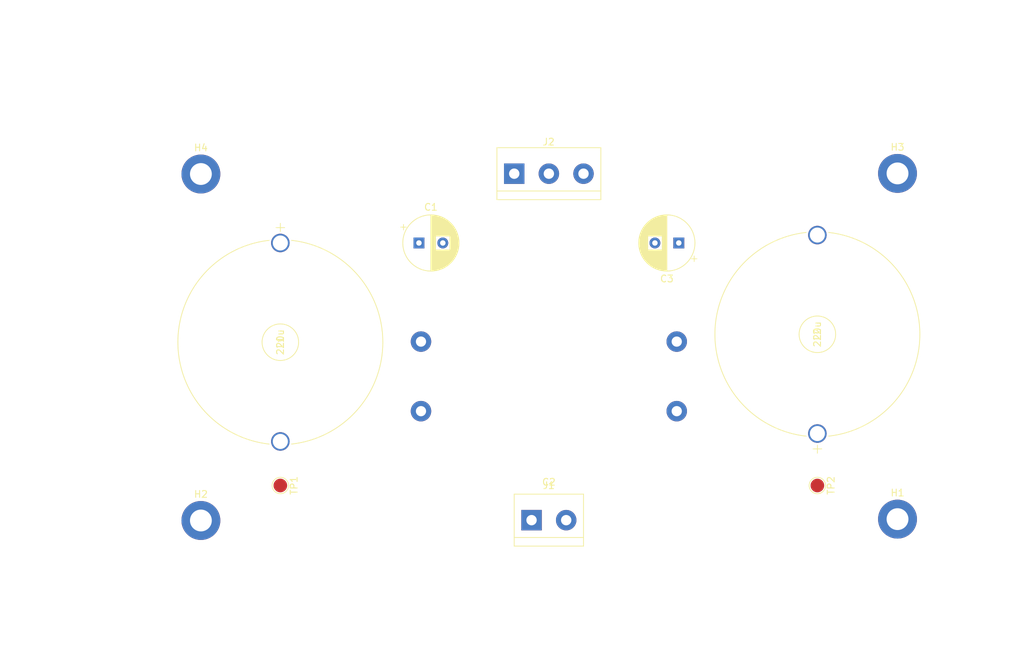
<source format=kicad_pcb>
(kicad_pcb (version 20171130) (host pcbnew "(5.1.10)-1")

  (general
    (thickness 1.6)
    (drawings 15)
    (tracks 0)
    (zones 0)
    (modules 13)
    (nets 6)
  )

  (page A4)
  (layers
    (0 F.Cu signal)
    (31 B.Cu signal)
    (32 B.Adhes user)
    (33 F.Adhes user)
    (34 B.Paste user)
    (35 F.Paste user)
    (36 B.SilkS user)
    (37 F.SilkS user)
    (38 B.Mask user)
    (39 F.Mask user)
    (40 Dwgs.User user)
    (41 Cmts.User user)
    (42 Eco1.User user)
    (43 Eco2.User user)
    (44 Edge.Cuts user)
    (45 Margin user)
    (46 B.CrtYd user)
    (47 F.CrtYd user)
    (48 B.Fab user)
    (49 F.Fab user)
  )

  (setup
    (last_trace_width 0.25)
    (trace_clearance 0.2)
    (zone_clearance 0.508)
    (zone_45_only no)
    (trace_min 0.2)
    (via_size 0.8)
    (via_drill 0.4)
    (via_min_size 0.4)
    (via_min_drill 0.3)
    (uvia_size 0.3)
    (uvia_drill 0.1)
    (uvias_allowed no)
    (uvia_min_size 0.2)
    (uvia_min_drill 0.1)
    (edge_width 0.05)
    (segment_width 0.2)
    (pcb_text_width 0.3)
    (pcb_text_size 1.5 1.5)
    (mod_edge_width 0.12)
    (mod_text_size 1 1)
    (mod_text_width 0.15)
    (pad_size 1.524 1.524)
    (pad_drill 0.762)
    (pad_to_mask_clearance 0)
    (aux_axis_origin 0 0)
    (visible_elements FFFFFF7F)
    (pcbplotparams
      (layerselection 0x010fc_ffffffff)
      (usegerberextensions false)
      (usegerberattributes true)
      (usegerberadvancedattributes true)
      (creategerberjobfile true)
      (excludeedgelayer true)
      (linewidth 0.100000)
      (plotframeref false)
      (viasonmask false)
      (mode 1)
      (useauxorigin false)
      (hpglpennumber 1)
      (hpglpenspeed 20)
      (hpglpendiameter 15.000000)
      (psnegative false)
      (psa4output false)
      (plotreference true)
      (plotvalue true)
      (plotinvisibletext false)
      (padsonsilk false)
      (subtractmaskfromsilk false)
      (outputformat 1)
      (mirror false)
      (drillshape 1)
      (scaleselection 1)
      (outputdirectory ""))
  )

  (net 0 "")
  (net 1 GNDPWR)
  (net 2 /OutputFilter/SPEAKER+)
  (net 3 /OutputFilter/SPEAKER-)
  (net 4 /OutputFilter/SIG+)
  (net 5 /OutputFilter/SIG-)

  (net_class Default "This is the default net class."
    (clearance 0.2)
    (trace_width 0.25)
    (via_dia 0.8)
    (via_drill 0.4)
    (uvia_dia 0.3)
    (uvia_drill 0.1)
    (add_net /OutputFilter/SIG+)
    (add_net /OutputFilter/SIG-)
    (add_net /OutputFilter/SPEAKER+)
    (add_net /OutputFilter/SPEAKER-)
    (add_net GNDPWR)
  )

  (module MountingHole:MountingHole_3.2mm_M3_ISO7380_Pad (layer F.Cu) (tedit 56D1B4CB) (tstamp 61139935)
    (at 101.38 72.44)
    (descr "Mounting Hole 3.2mm, M3, ISO7380")
    (tags "mounting hole 3.2mm m3 iso7380")
    (path /611362A5)
    (attr virtual)
    (fp_text reference H4 (at 0 -3.85) (layer F.SilkS)
      (effects (font (size 1 1) (thickness 0.15)))
    )
    (fp_text value MountingHole (at 0 3.85) (layer F.Fab)
      (effects (font (size 1 1) (thickness 0.15)))
    )
    (fp_text user %R (at 0.3 0) (layer F.Fab)
      (effects (font (size 1 1) (thickness 0.15)))
    )
    (fp_circle (center 0 0) (end 2.85 0) (layer Cmts.User) (width 0.15))
    (fp_circle (center 0 0) (end 3.1 0) (layer F.CrtYd) (width 0.05))
    (pad 1 thru_hole circle (at 0 0) (size 5.7 5.7) (drill 3.2) (layers *.Cu *.Mask))
  )

  (module OutputFilmCapacitor:C4AQQBW5140A3JJ (layer F.Cu) (tedit 610F5163) (tstamp 61134B45)
    (at 152.4 118.11 180)
    (path /6113EA97/61156022)
    (fp_text reference C2 (at 0 0.5) (layer F.SilkS)
      (effects (font (size 1 1) (thickness 0.15)))
    )
    (fp_text value 14u (at 0 -0.5) (layer F.Fab)
      (effects (font (size 1 1) (thickness 0.15)))
    )
    (fp_line (start -21 2) (end 21 2) (layer F.CrtYd) (width 0.12))
    (fp_line (start 21 2) (end 21 30) (layer F.CrtYd) (width 0.12))
    (fp_line (start 21 30) (end -21 30) (layer F.CrtYd) (width 0.12))
    (fp_line (start -21 30) (end -21 2) (layer F.CrtYd) (width 0.12))
    (pad 2 thru_hole circle (at 18.75 10.9 180) (size 3 3) (drill 1.5) (layers *.Cu *.Mask)
      (net 2 /OutputFilter/SPEAKER+))
    (pad 1 thru_hole circle (at -18.75 10.9 180) (size 3 3) (drill 1.5) (layers *.Cu *.Mask)
      (net 3 /OutputFilter/SPEAKER-))
    (pad 2 thru_hole circle (at 18.75 21.1 180) (size 3 3) (drill 1.5) (layers *.Cu *.Mask)
      (net 2 /OutputFilter/SPEAKER+))
    (pad 1 thru_hole circle (at -18.75 21.1 180) (size 3 3) (drill 1.5) (layers *.Cu *.Mask)
      (net 3 /OutputFilter/SPEAKER-))
  )

  (module TerminalBlock:TerminalBlock_bornier-3_P5.08mm (layer F.Cu) (tedit 59FF03B9) (tstamp 61136428)
    (at 147.32 72.39)
    (descr "simple 3-pin terminal block, pitch 5.08mm, revamped version of bornier3")
    (tags "terminal block bornier3")
    (path /61136770)
    (fp_text reference J2 (at 5.05 -4.65) (layer F.SilkS)
      (effects (font (size 1 1) (thickness 0.15)))
    )
    (fp_text value Conn_01x03 (at 5.08 5.08) (layer F.Fab)
      (effects (font (size 1 1) (thickness 0.15)))
    )
    (fp_text user %R (at 5.08 0) (layer F.Fab)
      (effects (font (size 1 1) (thickness 0.15)))
    )
    (fp_line (start -2.47 2.55) (end 12.63 2.55) (layer F.Fab) (width 0.1))
    (fp_line (start -2.47 -3.75) (end 12.63 -3.75) (layer F.Fab) (width 0.1))
    (fp_line (start 12.63 -3.75) (end 12.63 3.75) (layer F.Fab) (width 0.1))
    (fp_line (start 12.63 3.75) (end -2.47 3.75) (layer F.Fab) (width 0.1))
    (fp_line (start -2.47 3.75) (end -2.47 -3.75) (layer F.Fab) (width 0.1))
    (fp_line (start -2.54 3.81) (end -2.54 -3.81) (layer F.SilkS) (width 0.12))
    (fp_line (start 12.7 3.81) (end 12.7 -3.81) (layer F.SilkS) (width 0.12))
    (fp_line (start -2.54 2.54) (end 12.7 2.54) (layer F.SilkS) (width 0.12))
    (fp_line (start -2.54 -3.81) (end 12.7 -3.81) (layer F.SilkS) (width 0.12))
    (fp_line (start -2.54 3.81) (end 12.7 3.81) (layer F.SilkS) (width 0.12))
    (fp_line (start -2.72 -4) (end 12.88 -4) (layer F.CrtYd) (width 0.05))
    (fp_line (start -2.72 -4) (end -2.72 4) (layer F.CrtYd) (width 0.05))
    (fp_line (start 12.88 4) (end 12.88 -4) (layer F.CrtYd) (width 0.05))
    (fp_line (start 12.88 4) (end -2.72 4) (layer F.CrtYd) (width 0.05))
    (pad 3 thru_hole circle (at 10.16 0) (size 3 3) (drill 1.52) (layers *.Cu *.Mask)
      (net 1 GNDPWR))
    (pad 2 thru_hole circle (at 5.08 0) (size 3 3) (drill 1.52) (layers *.Cu *.Mask)
      (net 5 /OutputFilter/SIG-))
    (pad 1 thru_hole rect (at 0 0) (size 3 3) (drill 1.52) (layers *.Cu *.Mask)
      (net 4 /OutputFilter/SIG+))
    (model ${KISYS3DMOD}/TerminalBlock.3dshapes/TerminalBlock_bornier-3_P5.08mm.wrl
      (offset (xyz 5.079999923706055 0 0))
      (scale (xyz 1 1 1))
      (rotate (xyz 0 0 0))
    )
  )

  (module MountingHole:MountingHole_3.2mm_M3_ISO7380_Pad (layer F.Cu) (tedit 56D1B4CB) (tstamp 61139E62)
    (at 203.52 72.35)
    (descr "Mounting Hole 3.2mm, M3, ISO7380")
    (tags "mounting hole 3.2mm m3 iso7380")
    (path /6113629F)
    (attr virtual)
    (fp_text reference H3 (at 0 -3.85) (layer F.SilkS)
      (effects (font (size 1 1) (thickness 0.15)))
    )
    (fp_text value MountingHole (at 0 3.85) (layer F.Fab)
      (effects (font (size 1 1) (thickness 0.15)))
    )
    (fp_circle (center 0 0) (end 3.1 0) (layer F.CrtYd) (width 0.05))
    (fp_circle (center 0 0) (end 2.85 0) (layer Cmts.User) (width 0.15))
    (fp_text user %R (at 0.3 0) (layer F.Fab)
      (effects (font (size 1 1) (thickness 0.15)))
    )
    (pad 1 thru_hole circle (at 0 0) (size 5.7 5.7) (drill 3.2) (layers *.Cu *.Mask))
  )

  (module 1422455C:1422455C (layer F.Cu) (tedit 0) (tstamp 61134D11)
    (at 191.77 110.49 90)
    (path /6113EA97/61155806)
    (fp_text reference L2 (at 14.549996 0 90) (layer F.SilkS)
      (effects (font (size 1 1) (thickness 0.15)))
    )
    (fp_text value 220u (at 14.549996 0 90) (layer F.SilkS)
      (effects (font (size 1 1) (thickness 0.15)))
    )
    (fp_arc (start 14.549996 0) (end -0.383491 1.64759) (angle -167.408203) (layer F.SilkS) (width 0.12))
    (fp_arc (start 14.549996 0) (end 29.483482 -1.647598) (angle -167.408096) (layer F.SilkS) (width 0.12))
    (fp_text user * (at 0 0 90) (layer F.Fab)
      (effects (font (size 1 1) (thickness 0.15)))
    )
    (fp_text user * (at 0 0 90) (layer F.SilkS)
      (effects (font (size 1 1) (thickness 0.15)))
    )
    (fp_text user "Copyright 2021 Accelerated Designs. All rights reserved." (at 0 0 90) (layer Cmts.User)
      (effects (font (size 0.127 0.127) (thickness 0.002)))
    )
    (fp_line (start -2.8829 0) (end -1.6129 0) (layer F.Fab) (width 0.1))
    (fp_line (start -2.2479 -0.635) (end -2.2479 0.635) (layer F.Fab) (width 0.1))
    (fp_line (start -2.8829 0) (end -1.69164 0) (layer F.SilkS) (width 0.12))
    (fp_line (start -2.2479 -0.635) (end -2.2479 0.635) (layer F.SilkS) (width 0.12))
    (fp_line (start 7.894685 -16.162896) (end 21.205306 -16.162896) (layer F.CrtYd) (width 0.05))
    (fp_line (start 21.205306 -16.162896) (end 30.712891 -6.655311) (layer F.CrtYd) (width 0.05))
    (fp_line (start 30.712891 -6.655311) (end 30.712891 6.655311) (layer F.CrtYd) (width 0.05))
    (fp_line (start 30.712891 6.655311) (end 21.205306 16.162896) (layer F.CrtYd) (width 0.05))
    (fp_line (start 21.205306 16.162896) (end 7.894685 16.162896) (layer F.CrtYd) (width 0.05))
    (fp_line (start 7.894685 16.162896) (end -1.6129 6.655311) (layer F.CrtYd) (width 0.05))
    (fp_line (start -1.6129 6.655311) (end -1.6129 -6.655311) (layer F.CrtYd) (width 0.05))
    (fp_line (start -1.6129 -6.655311) (end 7.894685 -16.162896) (layer F.CrtYd) (width 0.05))
    (fp_circle (center 14.549996 0) (end 29.447096 0) (layer F.CrtYd) (width 0.05))
    (fp_circle (center 14.549996 0) (end 17.102696 0) (layer F.CrtYd) (width 0.05))
    (fp_circle (center 14.549996 0) (end 29.447096 0) (layer F.Fab) (width 0.1))
    (fp_circle (center 14.549996 0) (end 17.102696 0) (layer F.Fab) (width 0.1))
    (fp_circle (center 14.549996 0) (end 17.229696 0) (layer F.SilkS) (width 0.12))
    (pad 2 thru_hole circle (at 29.099991 0 90) (size 2.7178 2.7178) (drill 2.2098) (layers *.Cu *.Mask)
      (net 5 /OutputFilter/SIG-))
    (pad 1 thru_hole circle (at 0 0 90) (size 2.7178 2.7178) (drill 2.2098) (layers *.Cu *.Mask)
      (net 3 /OutputFilter/SPEAKER-))
  )

  (module 1422455C:1422455C (layer F.Cu) (tedit 0) (tstamp 61139808)
    (at 113.03 82.55 270)
    (path /6113EA97/61202529)
    (fp_text reference L1 (at 14.549996 0 90) (layer F.SilkS)
      (effects (font (size 1 1) (thickness 0.15)))
    )
    (fp_text value 220u (at 14.549996 0 90) (layer F.SilkS)
      (effects (font (size 1 1) (thickness 0.15)))
    )
    (fp_arc (start 14.549996 0) (end -0.383491 1.64759) (angle -167.408203) (layer F.SilkS) (width 0.12))
    (fp_arc (start 14.549996 0) (end 29.483482 -1.647598) (angle -167.408096) (layer F.SilkS) (width 0.12))
    (fp_text user * (at 0 0 90) (layer F.Fab)
      (effects (font (size 1 1) (thickness 0.15)))
    )
    (fp_text user * (at 0 0 90) (layer F.SilkS)
      (effects (font (size 1 1) (thickness 0.15)))
    )
    (fp_text user "Copyright 2021 Accelerated Designs. All rights reserved." (at 0 0 90) (layer Cmts.User)
      (effects (font (size 0.127 0.127) (thickness 0.002)))
    )
    (fp_line (start -2.8829 0) (end -1.6129 0) (layer F.Fab) (width 0.1))
    (fp_line (start -2.2479 -0.635) (end -2.2479 0.635) (layer F.Fab) (width 0.1))
    (fp_line (start -2.8829 0) (end -1.69164 0) (layer F.SilkS) (width 0.12))
    (fp_line (start -2.2479 -0.635) (end -2.2479 0.635) (layer F.SilkS) (width 0.12))
    (fp_line (start 7.894685 -16.162896) (end 21.205306 -16.162896) (layer F.CrtYd) (width 0.05))
    (fp_line (start 21.205306 -16.162896) (end 30.712891 -6.655311) (layer F.CrtYd) (width 0.05))
    (fp_line (start 30.712891 -6.655311) (end 30.712891 6.655311) (layer F.CrtYd) (width 0.05))
    (fp_line (start 30.712891 6.655311) (end 21.205306 16.162896) (layer F.CrtYd) (width 0.05))
    (fp_line (start 21.205306 16.162896) (end 7.894685 16.162896) (layer F.CrtYd) (width 0.05))
    (fp_line (start 7.894685 16.162896) (end -1.6129 6.655311) (layer F.CrtYd) (width 0.05))
    (fp_line (start -1.6129 6.655311) (end -1.6129 -6.655311) (layer F.CrtYd) (width 0.05))
    (fp_line (start -1.6129 -6.655311) (end 7.894685 -16.162896) (layer F.CrtYd) (width 0.05))
    (fp_circle (center 14.549996 0) (end 29.447096 0) (layer F.CrtYd) (width 0.05))
    (fp_circle (center 14.549996 0) (end 17.102696 0) (layer F.CrtYd) (width 0.05))
    (fp_circle (center 14.549996 0) (end 29.447096 0) (layer F.Fab) (width 0.1))
    (fp_circle (center 14.549996 0) (end 17.102696 0) (layer F.Fab) (width 0.1))
    (fp_circle (center 14.549996 0) (end 17.229696 0) (layer F.SilkS) (width 0.12))
    (pad 2 thru_hole circle (at 29.099991 0 270) (size 2.7178 2.7178) (drill 2.2098) (layers *.Cu *.Mask)
      (net 2 /OutputFilter/SPEAKER+))
    (pad 1 thru_hole circle (at 0 0 270) (size 2.7178 2.7178) (drill 2.2098) (layers *.Cu *.Mask)
      (net 4 /OutputFilter/SIG+))
  )

  (module TestPoint:TestPoint_Pad_D2.0mm (layer F.Cu) (tedit 5A0F774F) (tstamp 611343A4)
    (at 191.77 118.11 270)
    (descr "SMD pad as test Point, diameter 2.0mm")
    (tags "test point SMD pad")
    (path /6113F2C4)
    (attr virtual)
    (fp_text reference TP2 (at 0 -1.998 90) (layer F.SilkS)
      (effects (font (size 1 1) (thickness 0.15)))
    )
    (fp_text value TestPoint (at 0 2.05 90) (layer F.Fab)
      (effects (font (size 1 1) (thickness 0.15)))
    )
    (fp_text user %R (at 0 -2 90) (layer F.Fab)
      (effects (font (size 1 1) (thickness 0.15)))
    )
    (fp_circle (center 0 0) (end 1.5 0) (layer F.CrtYd) (width 0.05))
    (fp_circle (center 0 0) (end 0 1.2) (layer F.SilkS) (width 0.12))
    (pad 1 smd circle (at 0 0 270) (size 2 2) (layers F.Cu F.Mask)
      (net 3 /OutputFilter/SPEAKER-))
  )

  (module TestPoint:TestPoint_Pad_D2.0mm (layer F.Cu) (tedit 5A0F774F) (tstamp 6113439C)
    (at 113.03 118.11 270)
    (descr "SMD pad as test Point, diameter 2.0mm")
    (tags "test point SMD pad")
    (path /6113ECA2)
    (attr virtual)
    (fp_text reference TP1 (at 0 -1.998 90) (layer F.SilkS)
      (effects (font (size 1 1) (thickness 0.15)))
    )
    (fp_text value TestPoint (at 0 2.05 90) (layer F.Fab)
      (effects (font (size 1 1) (thickness 0.15)))
    )
    (fp_text user %R (at 0 -2 90) (layer F.Fab)
      (effects (font (size 1 1) (thickness 0.15)))
    )
    (fp_circle (center 0 0) (end 1.5 0) (layer F.CrtYd) (width 0.05))
    (fp_circle (center 0 0) (end 0 1.2) (layer F.SilkS) (width 0.12))
    (pad 1 smd circle (at 0 0 270) (size 2 2) (layers F.Cu F.Mask)
      (net 2 /OutputFilter/SPEAKER+))
  )

  (module TerminalBlock:TerminalBlock_bornier-2_P5.08mm (layer F.Cu) (tedit 59FF03AB) (tstamp 61134394)
    (at 149.86 123.19)
    (descr "simple 2-pin terminal block, pitch 5.08mm, revamped version of bornier2")
    (tags "terminal block bornier2")
    (path /6113EA97/610FED81)
    (fp_text reference J1 (at 2.54 -5.08) (layer F.SilkS)
      (effects (font (size 1 1) (thickness 0.15)))
    )
    (fp_text value Conn_01x02 (at 2.54 5.08) (layer F.Fab)
      (effects (font (size 1 1) (thickness 0.15)))
    )
    (fp_text user %R (at 2.54 0) (layer F.Fab)
      (effects (font (size 1 1) (thickness 0.15)))
    )
    (fp_line (start -2.41 2.55) (end 7.49 2.55) (layer F.Fab) (width 0.1))
    (fp_line (start -2.46 -3.75) (end -2.46 3.75) (layer F.Fab) (width 0.1))
    (fp_line (start -2.46 3.75) (end 7.54 3.75) (layer F.Fab) (width 0.1))
    (fp_line (start 7.54 3.75) (end 7.54 -3.75) (layer F.Fab) (width 0.1))
    (fp_line (start 7.54 -3.75) (end -2.46 -3.75) (layer F.Fab) (width 0.1))
    (fp_line (start 7.62 2.54) (end -2.54 2.54) (layer F.SilkS) (width 0.12))
    (fp_line (start 7.62 3.81) (end 7.62 -3.81) (layer F.SilkS) (width 0.12))
    (fp_line (start 7.62 -3.81) (end -2.54 -3.81) (layer F.SilkS) (width 0.12))
    (fp_line (start -2.54 -3.81) (end -2.54 3.81) (layer F.SilkS) (width 0.12))
    (fp_line (start -2.54 3.81) (end 7.62 3.81) (layer F.SilkS) (width 0.12))
    (fp_line (start -2.71 -4) (end 7.79 -4) (layer F.CrtYd) (width 0.05))
    (fp_line (start -2.71 -4) (end -2.71 4) (layer F.CrtYd) (width 0.05))
    (fp_line (start 7.79 4) (end 7.79 -4) (layer F.CrtYd) (width 0.05))
    (fp_line (start 7.79 4) (end -2.71 4) (layer F.CrtYd) (width 0.05))
    (pad 2 thru_hole circle (at 5.08 0) (size 3 3) (drill 1.52) (layers *.Cu *.Mask)
      (net 3 /OutputFilter/SPEAKER-))
    (pad 1 thru_hole rect (at 0 0) (size 3 3) (drill 1.52) (layers *.Cu *.Mask)
      (net 2 /OutputFilter/SPEAKER+))
    (model ${KISYS3DMOD}/TerminalBlock.3dshapes/TerminalBlock_bornier-2_P5.08mm.wrl
      (offset (xyz 2.539999961853027 0 0))
      (scale (xyz 1 1 1))
      (rotate (xyz 0 0 0))
    )
  )

  (module MountingHole:MountingHole_3.2mm_M3_ISO7380_Pad (layer F.Cu) (tedit 56D1B4CB) (tstamp 61139912)
    (at 101.38 123.24)
    (descr "Mounting Hole 3.2mm, M3, ISO7380")
    (tags "mounting hole 3.2mm m3 iso7380")
    (path /611402F6)
    (attr virtual)
    (fp_text reference H2 (at 0 -3.85) (layer F.SilkS)
      (effects (font (size 1 1) (thickness 0.15)))
    )
    (fp_text value MountingHole (at 0 3.85) (layer F.Fab)
      (effects (font (size 1 1) (thickness 0.15)))
    )
    (fp_text user %R (at 0.3 0) (layer F.Fab)
      (effects (font (size 1 1) (thickness 0.15)))
    )
    (fp_circle (center 0 0) (end 2.85 0) (layer Cmts.User) (width 0.15))
    (fp_circle (center 0 0) (end 3.1 0) (layer F.CrtYd) (width 0.05))
    (pad 1 thru_hole circle (at 0 0) (size 5.7 5.7) (drill 3.2) (layers *.Cu *.Mask))
  )

  (module MountingHole:MountingHole_3.2mm_M3_ISO7380_Pad (layer F.Cu) (tedit 56D1B4CB) (tstamp 61139E4D)
    (at 203.52 123.04)
    (descr "Mounting Hole 3.2mm, M3, ISO7380")
    (tags "mounting hole 3.2mm m3 iso7380")
    (path /6113FA4B)
    (attr virtual)
    (fp_text reference H1 (at 0 -3.85) (layer F.SilkS)
      (effects (font (size 1 1) (thickness 0.15)))
    )
    (fp_text value MountingHole (at -7.62 0) (layer F.Fab) hide
      (effects (font (size 1 1) (thickness 0.15)))
    )
    (fp_circle (center 0 0) (end 3.1 0) (layer F.CrtYd) (width 0.05))
    (fp_circle (center 0 0) (end 2.85 0) (layer Cmts.User) (width 0.15))
    (fp_text user %R (at 0.3 0) (layer F.Fab)
      (effects (font (size 1 1) (thickness 0.15)))
    )
    (pad 1 thru_hole circle (at 0 0) (size 5.7 5.7) (drill 3.2) (layers *.Cu *.Mask))
  )

  (module Capacitor_THT:CP_Radial_D8.0mm_P3.50mm (layer F.Cu) (tedit 5AE50EF0) (tstamp 6113436F)
    (at 171.45 82.55 180)
    (descr "CP, Radial series, Radial, pin pitch=3.50mm, , diameter=8mm, Electrolytic Capacitor")
    (tags "CP Radial series Radial pin pitch 3.50mm  diameter 8mm Electrolytic Capacitor")
    (path /6113EA97/61156A03)
    (fp_text reference C3 (at 1.75 -5.25) (layer F.SilkS)
      (effects (font (size 1 1) (thickness 0.15)))
    )
    (fp_text value 2.8u (at 1.75 5.25) (layer F.Fab)
      (effects (font (size 1 1) (thickness 0.15)))
    )
    (fp_text user %R (at 1.75 0) (layer F.Fab)
      (effects (font (size 1 1) (thickness 0.15)))
    )
    (fp_circle (center 1.75 0) (end 5.75 0) (layer F.Fab) (width 0.1))
    (fp_circle (center 1.75 0) (end 5.87 0) (layer F.SilkS) (width 0.12))
    (fp_circle (center 1.75 0) (end 6 0) (layer F.CrtYd) (width 0.05))
    (fp_line (start -1.676759 -1.7475) (end -0.876759 -1.7475) (layer F.Fab) (width 0.1))
    (fp_line (start -1.276759 -2.1475) (end -1.276759 -1.3475) (layer F.Fab) (width 0.1))
    (fp_line (start 1.75 -4.08) (end 1.75 4.08) (layer F.SilkS) (width 0.12))
    (fp_line (start 1.79 -4.08) (end 1.79 4.08) (layer F.SilkS) (width 0.12))
    (fp_line (start 1.83 -4.08) (end 1.83 4.08) (layer F.SilkS) (width 0.12))
    (fp_line (start 1.87 -4.079) (end 1.87 4.079) (layer F.SilkS) (width 0.12))
    (fp_line (start 1.91 -4.077) (end 1.91 4.077) (layer F.SilkS) (width 0.12))
    (fp_line (start 1.95 -4.076) (end 1.95 4.076) (layer F.SilkS) (width 0.12))
    (fp_line (start 1.99 -4.074) (end 1.99 4.074) (layer F.SilkS) (width 0.12))
    (fp_line (start 2.03 -4.071) (end 2.03 4.071) (layer F.SilkS) (width 0.12))
    (fp_line (start 2.07 -4.068) (end 2.07 4.068) (layer F.SilkS) (width 0.12))
    (fp_line (start 2.11 -4.065) (end 2.11 4.065) (layer F.SilkS) (width 0.12))
    (fp_line (start 2.15 -4.061) (end 2.15 4.061) (layer F.SilkS) (width 0.12))
    (fp_line (start 2.19 -4.057) (end 2.19 4.057) (layer F.SilkS) (width 0.12))
    (fp_line (start 2.23 -4.052) (end 2.23 4.052) (layer F.SilkS) (width 0.12))
    (fp_line (start 2.27 -4.048) (end 2.27 4.048) (layer F.SilkS) (width 0.12))
    (fp_line (start 2.31 -4.042) (end 2.31 4.042) (layer F.SilkS) (width 0.12))
    (fp_line (start 2.35 -4.037) (end 2.35 4.037) (layer F.SilkS) (width 0.12))
    (fp_line (start 2.39 -4.03) (end 2.39 4.03) (layer F.SilkS) (width 0.12))
    (fp_line (start 2.43 -4.024) (end 2.43 4.024) (layer F.SilkS) (width 0.12))
    (fp_line (start 2.471 -4.017) (end 2.471 -1.04) (layer F.SilkS) (width 0.12))
    (fp_line (start 2.471 1.04) (end 2.471 4.017) (layer F.SilkS) (width 0.12))
    (fp_line (start 2.511 -4.01) (end 2.511 -1.04) (layer F.SilkS) (width 0.12))
    (fp_line (start 2.511 1.04) (end 2.511 4.01) (layer F.SilkS) (width 0.12))
    (fp_line (start 2.551 -4.002) (end 2.551 -1.04) (layer F.SilkS) (width 0.12))
    (fp_line (start 2.551 1.04) (end 2.551 4.002) (layer F.SilkS) (width 0.12))
    (fp_line (start 2.591 -3.994) (end 2.591 -1.04) (layer F.SilkS) (width 0.12))
    (fp_line (start 2.591 1.04) (end 2.591 3.994) (layer F.SilkS) (width 0.12))
    (fp_line (start 2.631 -3.985) (end 2.631 -1.04) (layer F.SilkS) (width 0.12))
    (fp_line (start 2.631 1.04) (end 2.631 3.985) (layer F.SilkS) (width 0.12))
    (fp_line (start 2.671 -3.976) (end 2.671 -1.04) (layer F.SilkS) (width 0.12))
    (fp_line (start 2.671 1.04) (end 2.671 3.976) (layer F.SilkS) (width 0.12))
    (fp_line (start 2.711 -3.967) (end 2.711 -1.04) (layer F.SilkS) (width 0.12))
    (fp_line (start 2.711 1.04) (end 2.711 3.967) (layer F.SilkS) (width 0.12))
    (fp_line (start 2.751 -3.957) (end 2.751 -1.04) (layer F.SilkS) (width 0.12))
    (fp_line (start 2.751 1.04) (end 2.751 3.957) (layer F.SilkS) (width 0.12))
    (fp_line (start 2.791 -3.947) (end 2.791 -1.04) (layer F.SilkS) (width 0.12))
    (fp_line (start 2.791 1.04) (end 2.791 3.947) (layer F.SilkS) (width 0.12))
    (fp_line (start 2.831 -3.936) (end 2.831 -1.04) (layer F.SilkS) (width 0.12))
    (fp_line (start 2.831 1.04) (end 2.831 3.936) (layer F.SilkS) (width 0.12))
    (fp_line (start 2.871 -3.925) (end 2.871 -1.04) (layer F.SilkS) (width 0.12))
    (fp_line (start 2.871 1.04) (end 2.871 3.925) (layer F.SilkS) (width 0.12))
    (fp_line (start 2.911 -3.914) (end 2.911 -1.04) (layer F.SilkS) (width 0.12))
    (fp_line (start 2.911 1.04) (end 2.911 3.914) (layer F.SilkS) (width 0.12))
    (fp_line (start 2.951 -3.902) (end 2.951 -1.04) (layer F.SilkS) (width 0.12))
    (fp_line (start 2.951 1.04) (end 2.951 3.902) (layer F.SilkS) (width 0.12))
    (fp_line (start 2.991 -3.889) (end 2.991 -1.04) (layer F.SilkS) (width 0.12))
    (fp_line (start 2.991 1.04) (end 2.991 3.889) (layer F.SilkS) (width 0.12))
    (fp_line (start 3.031 -3.877) (end 3.031 -1.04) (layer F.SilkS) (width 0.12))
    (fp_line (start 3.031 1.04) (end 3.031 3.877) (layer F.SilkS) (width 0.12))
    (fp_line (start 3.071 -3.863) (end 3.071 -1.04) (layer F.SilkS) (width 0.12))
    (fp_line (start 3.071 1.04) (end 3.071 3.863) (layer F.SilkS) (width 0.12))
    (fp_line (start 3.111 -3.85) (end 3.111 -1.04) (layer F.SilkS) (width 0.12))
    (fp_line (start 3.111 1.04) (end 3.111 3.85) (layer F.SilkS) (width 0.12))
    (fp_line (start 3.151 -3.835) (end 3.151 -1.04) (layer F.SilkS) (width 0.12))
    (fp_line (start 3.151 1.04) (end 3.151 3.835) (layer F.SilkS) (width 0.12))
    (fp_line (start 3.191 -3.821) (end 3.191 -1.04) (layer F.SilkS) (width 0.12))
    (fp_line (start 3.191 1.04) (end 3.191 3.821) (layer F.SilkS) (width 0.12))
    (fp_line (start 3.231 -3.805) (end 3.231 -1.04) (layer F.SilkS) (width 0.12))
    (fp_line (start 3.231 1.04) (end 3.231 3.805) (layer F.SilkS) (width 0.12))
    (fp_line (start 3.271 -3.79) (end 3.271 -1.04) (layer F.SilkS) (width 0.12))
    (fp_line (start 3.271 1.04) (end 3.271 3.79) (layer F.SilkS) (width 0.12))
    (fp_line (start 3.311 -3.774) (end 3.311 -1.04) (layer F.SilkS) (width 0.12))
    (fp_line (start 3.311 1.04) (end 3.311 3.774) (layer F.SilkS) (width 0.12))
    (fp_line (start 3.351 -3.757) (end 3.351 -1.04) (layer F.SilkS) (width 0.12))
    (fp_line (start 3.351 1.04) (end 3.351 3.757) (layer F.SilkS) (width 0.12))
    (fp_line (start 3.391 -3.74) (end 3.391 -1.04) (layer F.SilkS) (width 0.12))
    (fp_line (start 3.391 1.04) (end 3.391 3.74) (layer F.SilkS) (width 0.12))
    (fp_line (start 3.431 -3.722) (end 3.431 -1.04) (layer F.SilkS) (width 0.12))
    (fp_line (start 3.431 1.04) (end 3.431 3.722) (layer F.SilkS) (width 0.12))
    (fp_line (start 3.471 -3.704) (end 3.471 -1.04) (layer F.SilkS) (width 0.12))
    (fp_line (start 3.471 1.04) (end 3.471 3.704) (layer F.SilkS) (width 0.12))
    (fp_line (start 3.511 -3.686) (end 3.511 -1.04) (layer F.SilkS) (width 0.12))
    (fp_line (start 3.511 1.04) (end 3.511 3.686) (layer F.SilkS) (width 0.12))
    (fp_line (start 3.551 -3.666) (end 3.551 -1.04) (layer F.SilkS) (width 0.12))
    (fp_line (start 3.551 1.04) (end 3.551 3.666) (layer F.SilkS) (width 0.12))
    (fp_line (start 3.591 -3.647) (end 3.591 -1.04) (layer F.SilkS) (width 0.12))
    (fp_line (start 3.591 1.04) (end 3.591 3.647) (layer F.SilkS) (width 0.12))
    (fp_line (start 3.631 -3.627) (end 3.631 -1.04) (layer F.SilkS) (width 0.12))
    (fp_line (start 3.631 1.04) (end 3.631 3.627) (layer F.SilkS) (width 0.12))
    (fp_line (start 3.671 -3.606) (end 3.671 -1.04) (layer F.SilkS) (width 0.12))
    (fp_line (start 3.671 1.04) (end 3.671 3.606) (layer F.SilkS) (width 0.12))
    (fp_line (start 3.711 -3.584) (end 3.711 -1.04) (layer F.SilkS) (width 0.12))
    (fp_line (start 3.711 1.04) (end 3.711 3.584) (layer F.SilkS) (width 0.12))
    (fp_line (start 3.751 -3.562) (end 3.751 -1.04) (layer F.SilkS) (width 0.12))
    (fp_line (start 3.751 1.04) (end 3.751 3.562) (layer F.SilkS) (width 0.12))
    (fp_line (start 3.791 -3.54) (end 3.791 -1.04) (layer F.SilkS) (width 0.12))
    (fp_line (start 3.791 1.04) (end 3.791 3.54) (layer F.SilkS) (width 0.12))
    (fp_line (start 3.831 -3.517) (end 3.831 -1.04) (layer F.SilkS) (width 0.12))
    (fp_line (start 3.831 1.04) (end 3.831 3.517) (layer F.SilkS) (width 0.12))
    (fp_line (start 3.871 -3.493) (end 3.871 -1.04) (layer F.SilkS) (width 0.12))
    (fp_line (start 3.871 1.04) (end 3.871 3.493) (layer F.SilkS) (width 0.12))
    (fp_line (start 3.911 -3.469) (end 3.911 -1.04) (layer F.SilkS) (width 0.12))
    (fp_line (start 3.911 1.04) (end 3.911 3.469) (layer F.SilkS) (width 0.12))
    (fp_line (start 3.951 -3.444) (end 3.951 -1.04) (layer F.SilkS) (width 0.12))
    (fp_line (start 3.951 1.04) (end 3.951 3.444) (layer F.SilkS) (width 0.12))
    (fp_line (start 3.991 -3.418) (end 3.991 -1.04) (layer F.SilkS) (width 0.12))
    (fp_line (start 3.991 1.04) (end 3.991 3.418) (layer F.SilkS) (width 0.12))
    (fp_line (start 4.031 -3.392) (end 4.031 -1.04) (layer F.SilkS) (width 0.12))
    (fp_line (start 4.031 1.04) (end 4.031 3.392) (layer F.SilkS) (width 0.12))
    (fp_line (start 4.071 -3.365) (end 4.071 -1.04) (layer F.SilkS) (width 0.12))
    (fp_line (start 4.071 1.04) (end 4.071 3.365) (layer F.SilkS) (width 0.12))
    (fp_line (start 4.111 -3.338) (end 4.111 -1.04) (layer F.SilkS) (width 0.12))
    (fp_line (start 4.111 1.04) (end 4.111 3.338) (layer F.SilkS) (width 0.12))
    (fp_line (start 4.151 -3.309) (end 4.151 -1.04) (layer F.SilkS) (width 0.12))
    (fp_line (start 4.151 1.04) (end 4.151 3.309) (layer F.SilkS) (width 0.12))
    (fp_line (start 4.191 -3.28) (end 4.191 -1.04) (layer F.SilkS) (width 0.12))
    (fp_line (start 4.191 1.04) (end 4.191 3.28) (layer F.SilkS) (width 0.12))
    (fp_line (start 4.231 -3.25) (end 4.231 -1.04) (layer F.SilkS) (width 0.12))
    (fp_line (start 4.231 1.04) (end 4.231 3.25) (layer F.SilkS) (width 0.12))
    (fp_line (start 4.271 -3.22) (end 4.271 -1.04) (layer F.SilkS) (width 0.12))
    (fp_line (start 4.271 1.04) (end 4.271 3.22) (layer F.SilkS) (width 0.12))
    (fp_line (start 4.311 -3.189) (end 4.311 -1.04) (layer F.SilkS) (width 0.12))
    (fp_line (start 4.311 1.04) (end 4.311 3.189) (layer F.SilkS) (width 0.12))
    (fp_line (start 4.351 -3.156) (end 4.351 -1.04) (layer F.SilkS) (width 0.12))
    (fp_line (start 4.351 1.04) (end 4.351 3.156) (layer F.SilkS) (width 0.12))
    (fp_line (start 4.391 -3.124) (end 4.391 -1.04) (layer F.SilkS) (width 0.12))
    (fp_line (start 4.391 1.04) (end 4.391 3.124) (layer F.SilkS) (width 0.12))
    (fp_line (start 4.431 -3.09) (end 4.431 -1.04) (layer F.SilkS) (width 0.12))
    (fp_line (start 4.431 1.04) (end 4.431 3.09) (layer F.SilkS) (width 0.12))
    (fp_line (start 4.471 -3.055) (end 4.471 -1.04) (layer F.SilkS) (width 0.12))
    (fp_line (start 4.471 1.04) (end 4.471 3.055) (layer F.SilkS) (width 0.12))
    (fp_line (start 4.511 -3.019) (end 4.511 -1.04) (layer F.SilkS) (width 0.12))
    (fp_line (start 4.511 1.04) (end 4.511 3.019) (layer F.SilkS) (width 0.12))
    (fp_line (start 4.551 -2.983) (end 4.551 2.983) (layer F.SilkS) (width 0.12))
    (fp_line (start 4.591 -2.945) (end 4.591 2.945) (layer F.SilkS) (width 0.12))
    (fp_line (start 4.631 -2.907) (end 4.631 2.907) (layer F.SilkS) (width 0.12))
    (fp_line (start 4.671 -2.867) (end 4.671 2.867) (layer F.SilkS) (width 0.12))
    (fp_line (start 4.711 -2.826) (end 4.711 2.826) (layer F.SilkS) (width 0.12))
    (fp_line (start 4.751 -2.784) (end 4.751 2.784) (layer F.SilkS) (width 0.12))
    (fp_line (start 4.791 -2.741) (end 4.791 2.741) (layer F.SilkS) (width 0.12))
    (fp_line (start 4.831 -2.697) (end 4.831 2.697) (layer F.SilkS) (width 0.12))
    (fp_line (start 4.871 -2.651) (end 4.871 2.651) (layer F.SilkS) (width 0.12))
    (fp_line (start 4.911 -2.604) (end 4.911 2.604) (layer F.SilkS) (width 0.12))
    (fp_line (start 4.951 -2.556) (end 4.951 2.556) (layer F.SilkS) (width 0.12))
    (fp_line (start 4.991 -2.505) (end 4.991 2.505) (layer F.SilkS) (width 0.12))
    (fp_line (start 5.031 -2.454) (end 5.031 2.454) (layer F.SilkS) (width 0.12))
    (fp_line (start 5.071 -2.4) (end 5.071 2.4) (layer F.SilkS) (width 0.12))
    (fp_line (start 5.111 -2.345) (end 5.111 2.345) (layer F.SilkS) (width 0.12))
    (fp_line (start 5.151 -2.287) (end 5.151 2.287) (layer F.SilkS) (width 0.12))
    (fp_line (start 5.191 -2.228) (end 5.191 2.228) (layer F.SilkS) (width 0.12))
    (fp_line (start 5.231 -2.166) (end 5.231 2.166) (layer F.SilkS) (width 0.12))
    (fp_line (start 5.271 -2.102) (end 5.271 2.102) (layer F.SilkS) (width 0.12))
    (fp_line (start 5.311 -2.034) (end 5.311 2.034) (layer F.SilkS) (width 0.12))
    (fp_line (start 5.351 -1.964) (end 5.351 1.964) (layer F.SilkS) (width 0.12))
    (fp_line (start 5.391 -1.89) (end 5.391 1.89) (layer F.SilkS) (width 0.12))
    (fp_line (start 5.431 -1.813) (end 5.431 1.813) (layer F.SilkS) (width 0.12))
    (fp_line (start 5.471 -1.731) (end 5.471 1.731) (layer F.SilkS) (width 0.12))
    (fp_line (start 5.511 -1.645) (end 5.511 1.645) (layer F.SilkS) (width 0.12))
    (fp_line (start 5.551 -1.552) (end 5.551 1.552) (layer F.SilkS) (width 0.12))
    (fp_line (start 5.591 -1.453) (end 5.591 1.453) (layer F.SilkS) (width 0.12))
    (fp_line (start 5.631 -1.346) (end 5.631 1.346) (layer F.SilkS) (width 0.12))
    (fp_line (start 5.671 -1.229) (end 5.671 1.229) (layer F.SilkS) (width 0.12))
    (fp_line (start 5.711 -1.098) (end 5.711 1.098) (layer F.SilkS) (width 0.12))
    (fp_line (start 5.751 -0.948) (end 5.751 0.948) (layer F.SilkS) (width 0.12))
    (fp_line (start 5.791 -0.768) (end 5.791 0.768) (layer F.SilkS) (width 0.12))
    (fp_line (start 5.831 -0.533) (end 5.831 0.533) (layer F.SilkS) (width 0.12))
    (fp_line (start -2.659698 -2.315) (end -1.859698 -2.315) (layer F.SilkS) (width 0.12))
    (fp_line (start -2.259698 -2.715) (end -2.259698 -1.915) (layer F.SilkS) (width 0.12))
    (pad 2 thru_hole circle (at 3.5 0 180) (size 1.6 1.6) (drill 0.8) (layers *.Cu *.Mask)
      (net 1 GNDPWR))
    (pad 1 thru_hole rect (at 0 0 180) (size 1.6 1.6) (drill 0.8) (layers *.Cu *.Mask)
      (net 3 /OutputFilter/SPEAKER-))
    (model ${KISYS3DMOD}/Capacitor_THT.3dshapes/CP_Radial_D8.0mm_P3.50mm.wrl
      (at (xyz 0 0 0))
      (scale (xyz 1 1 1))
      (rotate (xyz 0 0 0))
    )
  )

  (module Capacitor_THT:CP_Radial_D8.0mm_P3.50mm (layer F.Cu) (tedit 5AE50EF0) (tstamp 611342C6)
    (at 133.35 82.55)
    (descr "CP, Radial series, Radial, pin pitch=3.50mm, , diameter=8mm, Electrolytic Capacitor")
    (tags "CP Radial series Radial pin pitch 3.50mm  diameter 8mm Electrolytic Capacitor")
    (path /6113EA97/61203FC8)
    (fp_text reference C1 (at 1.75 -5.25) (layer F.SilkS)
      (effects (font (size 1 1) (thickness 0.15)))
    )
    (fp_text value 2.8u (at 1.75 5.25) (layer F.Fab)
      (effects (font (size 1 1) (thickness 0.15)))
    )
    (fp_text user %R (at 1.75 0) (layer F.Fab)
      (effects (font (size 1 1) (thickness 0.15)))
    )
    (fp_circle (center 1.75 0) (end 5.75 0) (layer F.Fab) (width 0.1))
    (fp_circle (center 1.75 0) (end 5.87 0) (layer F.SilkS) (width 0.12))
    (fp_circle (center 1.75 0) (end 6 0) (layer F.CrtYd) (width 0.05))
    (fp_line (start -1.676759 -1.7475) (end -0.876759 -1.7475) (layer F.Fab) (width 0.1))
    (fp_line (start -1.276759 -2.1475) (end -1.276759 -1.3475) (layer F.Fab) (width 0.1))
    (fp_line (start 1.75 -4.08) (end 1.75 4.08) (layer F.SilkS) (width 0.12))
    (fp_line (start 1.79 -4.08) (end 1.79 4.08) (layer F.SilkS) (width 0.12))
    (fp_line (start 1.83 -4.08) (end 1.83 4.08) (layer F.SilkS) (width 0.12))
    (fp_line (start 1.87 -4.079) (end 1.87 4.079) (layer F.SilkS) (width 0.12))
    (fp_line (start 1.91 -4.077) (end 1.91 4.077) (layer F.SilkS) (width 0.12))
    (fp_line (start 1.95 -4.076) (end 1.95 4.076) (layer F.SilkS) (width 0.12))
    (fp_line (start 1.99 -4.074) (end 1.99 4.074) (layer F.SilkS) (width 0.12))
    (fp_line (start 2.03 -4.071) (end 2.03 4.071) (layer F.SilkS) (width 0.12))
    (fp_line (start 2.07 -4.068) (end 2.07 4.068) (layer F.SilkS) (width 0.12))
    (fp_line (start 2.11 -4.065) (end 2.11 4.065) (layer F.SilkS) (width 0.12))
    (fp_line (start 2.15 -4.061) (end 2.15 4.061) (layer F.SilkS) (width 0.12))
    (fp_line (start 2.19 -4.057) (end 2.19 4.057) (layer F.SilkS) (width 0.12))
    (fp_line (start 2.23 -4.052) (end 2.23 4.052) (layer F.SilkS) (width 0.12))
    (fp_line (start 2.27 -4.048) (end 2.27 4.048) (layer F.SilkS) (width 0.12))
    (fp_line (start 2.31 -4.042) (end 2.31 4.042) (layer F.SilkS) (width 0.12))
    (fp_line (start 2.35 -4.037) (end 2.35 4.037) (layer F.SilkS) (width 0.12))
    (fp_line (start 2.39 -4.03) (end 2.39 4.03) (layer F.SilkS) (width 0.12))
    (fp_line (start 2.43 -4.024) (end 2.43 4.024) (layer F.SilkS) (width 0.12))
    (fp_line (start 2.471 -4.017) (end 2.471 -1.04) (layer F.SilkS) (width 0.12))
    (fp_line (start 2.471 1.04) (end 2.471 4.017) (layer F.SilkS) (width 0.12))
    (fp_line (start 2.511 -4.01) (end 2.511 -1.04) (layer F.SilkS) (width 0.12))
    (fp_line (start 2.511 1.04) (end 2.511 4.01) (layer F.SilkS) (width 0.12))
    (fp_line (start 2.551 -4.002) (end 2.551 -1.04) (layer F.SilkS) (width 0.12))
    (fp_line (start 2.551 1.04) (end 2.551 4.002) (layer F.SilkS) (width 0.12))
    (fp_line (start 2.591 -3.994) (end 2.591 -1.04) (layer F.SilkS) (width 0.12))
    (fp_line (start 2.591 1.04) (end 2.591 3.994) (layer F.SilkS) (width 0.12))
    (fp_line (start 2.631 -3.985) (end 2.631 -1.04) (layer F.SilkS) (width 0.12))
    (fp_line (start 2.631 1.04) (end 2.631 3.985) (layer F.SilkS) (width 0.12))
    (fp_line (start 2.671 -3.976) (end 2.671 -1.04) (layer F.SilkS) (width 0.12))
    (fp_line (start 2.671 1.04) (end 2.671 3.976) (layer F.SilkS) (width 0.12))
    (fp_line (start 2.711 -3.967) (end 2.711 -1.04) (layer F.SilkS) (width 0.12))
    (fp_line (start 2.711 1.04) (end 2.711 3.967) (layer F.SilkS) (width 0.12))
    (fp_line (start 2.751 -3.957) (end 2.751 -1.04) (layer F.SilkS) (width 0.12))
    (fp_line (start 2.751 1.04) (end 2.751 3.957) (layer F.SilkS) (width 0.12))
    (fp_line (start 2.791 -3.947) (end 2.791 -1.04) (layer F.SilkS) (width 0.12))
    (fp_line (start 2.791 1.04) (end 2.791 3.947) (layer F.SilkS) (width 0.12))
    (fp_line (start 2.831 -3.936) (end 2.831 -1.04) (layer F.SilkS) (width 0.12))
    (fp_line (start 2.831 1.04) (end 2.831 3.936) (layer F.SilkS) (width 0.12))
    (fp_line (start 2.871 -3.925) (end 2.871 -1.04) (layer F.SilkS) (width 0.12))
    (fp_line (start 2.871 1.04) (end 2.871 3.925) (layer F.SilkS) (width 0.12))
    (fp_line (start 2.911 -3.914) (end 2.911 -1.04) (layer F.SilkS) (width 0.12))
    (fp_line (start 2.911 1.04) (end 2.911 3.914) (layer F.SilkS) (width 0.12))
    (fp_line (start 2.951 -3.902) (end 2.951 -1.04) (layer F.SilkS) (width 0.12))
    (fp_line (start 2.951 1.04) (end 2.951 3.902) (layer F.SilkS) (width 0.12))
    (fp_line (start 2.991 -3.889) (end 2.991 -1.04) (layer F.SilkS) (width 0.12))
    (fp_line (start 2.991 1.04) (end 2.991 3.889) (layer F.SilkS) (width 0.12))
    (fp_line (start 3.031 -3.877) (end 3.031 -1.04) (layer F.SilkS) (width 0.12))
    (fp_line (start 3.031 1.04) (end 3.031 3.877) (layer F.SilkS) (width 0.12))
    (fp_line (start 3.071 -3.863) (end 3.071 -1.04) (layer F.SilkS) (width 0.12))
    (fp_line (start 3.071 1.04) (end 3.071 3.863) (layer F.SilkS) (width 0.12))
    (fp_line (start 3.111 -3.85) (end 3.111 -1.04) (layer F.SilkS) (width 0.12))
    (fp_line (start 3.111 1.04) (end 3.111 3.85) (layer F.SilkS) (width 0.12))
    (fp_line (start 3.151 -3.835) (end 3.151 -1.04) (layer F.SilkS) (width 0.12))
    (fp_line (start 3.151 1.04) (end 3.151 3.835) (layer F.SilkS) (width 0.12))
    (fp_line (start 3.191 -3.821) (end 3.191 -1.04) (layer F.SilkS) (width 0.12))
    (fp_line (start 3.191 1.04) (end 3.191 3.821) (layer F.SilkS) (width 0.12))
    (fp_line (start 3.231 -3.805) (end 3.231 -1.04) (layer F.SilkS) (width 0.12))
    (fp_line (start 3.231 1.04) (end 3.231 3.805) (layer F.SilkS) (width 0.12))
    (fp_line (start 3.271 -3.79) (end 3.271 -1.04) (layer F.SilkS) (width 0.12))
    (fp_line (start 3.271 1.04) (end 3.271 3.79) (layer F.SilkS) (width 0.12))
    (fp_line (start 3.311 -3.774) (end 3.311 -1.04) (layer F.SilkS) (width 0.12))
    (fp_line (start 3.311 1.04) (end 3.311 3.774) (layer F.SilkS) (width 0.12))
    (fp_line (start 3.351 -3.757) (end 3.351 -1.04) (layer F.SilkS) (width 0.12))
    (fp_line (start 3.351 1.04) (end 3.351 3.757) (layer F.SilkS) (width 0.12))
    (fp_line (start 3.391 -3.74) (end 3.391 -1.04) (layer F.SilkS) (width 0.12))
    (fp_line (start 3.391 1.04) (end 3.391 3.74) (layer F.SilkS) (width 0.12))
    (fp_line (start 3.431 -3.722) (end 3.431 -1.04) (layer F.SilkS) (width 0.12))
    (fp_line (start 3.431 1.04) (end 3.431 3.722) (layer F.SilkS) (width 0.12))
    (fp_line (start 3.471 -3.704) (end 3.471 -1.04) (layer F.SilkS) (width 0.12))
    (fp_line (start 3.471 1.04) (end 3.471 3.704) (layer F.SilkS) (width 0.12))
    (fp_line (start 3.511 -3.686) (end 3.511 -1.04) (layer F.SilkS) (width 0.12))
    (fp_line (start 3.511 1.04) (end 3.511 3.686) (layer F.SilkS) (width 0.12))
    (fp_line (start 3.551 -3.666) (end 3.551 -1.04) (layer F.SilkS) (width 0.12))
    (fp_line (start 3.551 1.04) (end 3.551 3.666) (layer F.SilkS) (width 0.12))
    (fp_line (start 3.591 -3.647) (end 3.591 -1.04) (layer F.SilkS) (width 0.12))
    (fp_line (start 3.591 1.04) (end 3.591 3.647) (layer F.SilkS) (width 0.12))
    (fp_line (start 3.631 -3.627) (end 3.631 -1.04) (layer F.SilkS) (width 0.12))
    (fp_line (start 3.631 1.04) (end 3.631 3.627) (layer F.SilkS) (width 0.12))
    (fp_line (start 3.671 -3.606) (end 3.671 -1.04) (layer F.SilkS) (width 0.12))
    (fp_line (start 3.671 1.04) (end 3.671 3.606) (layer F.SilkS) (width 0.12))
    (fp_line (start 3.711 -3.584) (end 3.711 -1.04) (layer F.SilkS) (width 0.12))
    (fp_line (start 3.711 1.04) (end 3.711 3.584) (layer F.SilkS) (width 0.12))
    (fp_line (start 3.751 -3.562) (end 3.751 -1.04) (layer F.SilkS) (width 0.12))
    (fp_line (start 3.751 1.04) (end 3.751 3.562) (layer F.SilkS) (width 0.12))
    (fp_line (start 3.791 -3.54) (end 3.791 -1.04) (layer F.SilkS) (width 0.12))
    (fp_line (start 3.791 1.04) (end 3.791 3.54) (layer F.SilkS) (width 0.12))
    (fp_line (start 3.831 -3.517) (end 3.831 -1.04) (layer F.SilkS) (width 0.12))
    (fp_line (start 3.831 1.04) (end 3.831 3.517) (layer F.SilkS) (width 0.12))
    (fp_line (start 3.871 -3.493) (end 3.871 -1.04) (layer F.SilkS) (width 0.12))
    (fp_line (start 3.871 1.04) (end 3.871 3.493) (layer F.SilkS) (width 0.12))
    (fp_line (start 3.911 -3.469) (end 3.911 -1.04) (layer F.SilkS) (width 0.12))
    (fp_line (start 3.911 1.04) (end 3.911 3.469) (layer F.SilkS) (width 0.12))
    (fp_line (start 3.951 -3.444) (end 3.951 -1.04) (layer F.SilkS) (width 0.12))
    (fp_line (start 3.951 1.04) (end 3.951 3.444) (layer F.SilkS) (width 0.12))
    (fp_line (start 3.991 -3.418) (end 3.991 -1.04) (layer F.SilkS) (width 0.12))
    (fp_line (start 3.991 1.04) (end 3.991 3.418) (layer F.SilkS) (width 0.12))
    (fp_line (start 4.031 -3.392) (end 4.031 -1.04) (layer F.SilkS) (width 0.12))
    (fp_line (start 4.031 1.04) (end 4.031 3.392) (layer F.SilkS) (width 0.12))
    (fp_line (start 4.071 -3.365) (end 4.071 -1.04) (layer F.SilkS) (width 0.12))
    (fp_line (start 4.071 1.04) (end 4.071 3.365) (layer F.SilkS) (width 0.12))
    (fp_line (start 4.111 -3.338) (end 4.111 -1.04) (layer F.SilkS) (width 0.12))
    (fp_line (start 4.111 1.04) (end 4.111 3.338) (layer F.SilkS) (width 0.12))
    (fp_line (start 4.151 -3.309) (end 4.151 -1.04) (layer F.SilkS) (width 0.12))
    (fp_line (start 4.151 1.04) (end 4.151 3.309) (layer F.SilkS) (width 0.12))
    (fp_line (start 4.191 -3.28) (end 4.191 -1.04) (layer F.SilkS) (width 0.12))
    (fp_line (start 4.191 1.04) (end 4.191 3.28) (layer F.SilkS) (width 0.12))
    (fp_line (start 4.231 -3.25) (end 4.231 -1.04) (layer F.SilkS) (width 0.12))
    (fp_line (start 4.231 1.04) (end 4.231 3.25) (layer F.SilkS) (width 0.12))
    (fp_line (start 4.271 -3.22) (end 4.271 -1.04) (layer F.SilkS) (width 0.12))
    (fp_line (start 4.271 1.04) (end 4.271 3.22) (layer F.SilkS) (width 0.12))
    (fp_line (start 4.311 -3.189) (end 4.311 -1.04) (layer F.SilkS) (width 0.12))
    (fp_line (start 4.311 1.04) (end 4.311 3.189) (layer F.SilkS) (width 0.12))
    (fp_line (start 4.351 -3.156) (end 4.351 -1.04) (layer F.SilkS) (width 0.12))
    (fp_line (start 4.351 1.04) (end 4.351 3.156) (layer F.SilkS) (width 0.12))
    (fp_line (start 4.391 -3.124) (end 4.391 -1.04) (layer F.SilkS) (width 0.12))
    (fp_line (start 4.391 1.04) (end 4.391 3.124) (layer F.SilkS) (width 0.12))
    (fp_line (start 4.431 -3.09) (end 4.431 -1.04) (layer F.SilkS) (width 0.12))
    (fp_line (start 4.431 1.04) (end 4.431 3.09) (layer F.SilkS) (width 0.12))
    (fp_line (start 4.471 -3.055) (end 4.471 -1.04) (layer F.SilkS) (width 0.12))
    (fp_line (start 4.471 1.04) (end 4.471 3.055) (layer F.SilkS) (width 0.12))
    (fp_line (start 4.511 -3.019) (end 4.511 -1.04) (layer F.SilkS) (width 0.12))
    (fp_line (start 4.511 1.04) (end 4.511 3.019) (layer F.SilkS) (width 0.12))
    (fp_line (start 4.551 -2.983) (end 4.551 2.983) (layer F.SilkS) (width 0.12))
    (fp_line (start 4.591 -2.945) (end 4.591 2.945) (layer F.SilkS) (width 0.12))
    (fp_line (start 4.631 -2.907) (end 4.631 2.907) (layer F.SilkS) (width 0.12))
    (fp_line (start 4.671 -2.867) (end 4.671 2.867) (layer F.SilkS) (width 0.12))
    (fp_line (start 4.711 -2.826) (end 4.711 2.826) (layer F.SilkS) (width 0.12))
    (fp_line (start 4.751 -2.784) (end 4.751 2.784) (layer F.SilkS) (width 0.12))
    (fp_line (start 4.791 -2.741) (end 4.791 2.741) (layer F.SilkS) (width 0.12))
    (fp_line (start 4.831 -2.697) (end 4.831 2.697) (layer F.SilkS) (width 0.12))
    (fp_line (start 4.871 -2.651) (end 4.871 2.651) (layer F.SilkS) (width 0.12))
    (fp_line (start 4.911 -2.604) (end 4.911 2.604) (layer F.SilkS) (width 0.12))
    (fp_line (start 4.951 -2.556) (end 4.951 2.556) (layer F.SilkS) (width 0.12))
    (fp_line (start 4.991 -2.505) (end 4.991 2.505) (layer F.SilkS) (width 0.12))
    (fp_line (start 5.031 -2.454) (end 5.031 2.454) (layer F.SilkS) (width 0.12))
    (fp_line (start 5.071 -2.4) (end 5.071 2.4) (layer F.SilkS) (width 0.12))
    (fp_line (start 5.111 -2.345) (end 5.111 2.345) (layer F.SilkS) (width 0.12))
    (fp_line (start 5.151 -2.287) (end 5.151 2.287) (layer F.SilkS) (width 0.12))
    (fp_line (start 5.191 -2.228) (end 5.191 2.228) (layer F.SilkS) (width 0.12))
    (fp_line (start 5.231 -2.166) (end 5.231 2.166) (layer F.SilkS) (width 0.12))
    (fp_line (start 5.271 -2.102) (end 5.271 2.102) (layer F.SilkS) (width 0.12))
    (fp_line (start 5.311 -2.034) (end 5.311 2.034) (layer F.SilkS) (width 0.12))
    (fp_line (start 5.351 -1.964) (end 5.351 1.964) (layer F.SilkS) (width 0.12))
    (fp_line (start 5.391 -1.89) (end 5.391 1.89) (layer F.SilkS) (width 0.12))
    (fp_line (start 5.431 -1.813) (end 5.431 1.813) (layer F.SilkS) (width 0.12))
    (fp_line (start 5.471 -1.731) (end 5.471 1.731) (layer F.SilkS) (width 0.12))
    (fp_line (start 5.511 -1.645) (end 5.511 1.645) (layer F.SilkS) (width 0.12))
    (fp_line (start 5.551 -1.552) (end 5.551 1.552) (layer F.SilkS) (width 0.12))
    (fp_line (start 5.591 -1.453) (end 5.591 1.453) (layer F.SilkS) (width 0.12))
    (fp_line (start 5.631 -1.346) (end 5.631 1.346) (layer F.SilkS) (width 0.12))
    (fp_line (start 5.671 -1.229) (end 5.671 1.229) (layer F.SilkS) (width 0.12))
    (fp_line (start 5.711 -1.098) (end 5.711 1.098) (layer F.SilkS) (width 0.12))
    (fp_line (start 5.751 -0.948) (end 5.751 0.948) (layer F.SilkS) (width 0.12))
    (fp_line (start 5.791 -0.768) (end 5.791 0.768) (layer F.SilkS) (width 0.12))
    (fp_line (start 5.831 -0.533) (end 5.831 0.533) (layer F.SilkS) (width 0.12))
    (fp_line (start -2.659698 -2.315) (end -1.859698 -2.315) (layer F.SilkS) (width 0.12))
    (fp_line (start -2.259698 -2.715) (end -2.259698 -1.915) (layer F.SilkS) (width 0.12))
    (pad 2 thru_hole circle (at 3.5 0) (size 1.6 1.6) (drill 0.8) (layers *.Cu *.Mask)
      (net 1 GNDPWR))
    (pad 1 thru_hole rect (at 0 0) (size 1.6 1.6) (drill 0.8) (layers *.Cu *.Mask)
      (net 2 /OutputFilter/SPEAKER+))
    (model ${KISYS3DMOD}/Capacitor_THT.3dshapes/CP_Radial_D8.0mm_P3.50mm.wrl
      (at (xyz 0 0 0))
      (scale (xyz 1 1 1))
      (rotate (xyz 0 0 0))
    )
  )

  (dimension 4.4 (width 0.15) (layer Dwgs.User) (tstamp 61139E2D)
    (gr_text "4.400 mm" (at 205.8 137.3) (layer Dwgs.User) (tstamp 61139E2E)
      (effects (font (size 1 1) (thickness 0.15)))
    )
    (feature1 (pts (xy 203.6 68) (xy 203.6 136.586421)))
    (feature2 (pts (xy 208 68) (xy 208 136.586421)))
    (crossbar (pts (xy 208 136) (xy 203.6 136)))
    (arrow1a (pts (xy 203.6 136) (xy 204.726504 135.413579)))
    (arrow1b (pts (xy 203.6 136) (xy 204.726504 136.586421)))
    (arrow2a (pts (xy 208 136) (xy 206.873496 135.413579)))
    (arrow2b (pts (xy 208 136) (xy 206.873496 136.586421)))
  )
  (dimension 4.4 (width 0.15) (layer Dwgs.User)
    (gr_text "4.400 mm" (at 99.2 135.5) (layer Dwgs.User)
      (effects (font (size 1 1) (thickness 0.15)))
    )
    (feature1 (pts (xy 101.4 68) (xy 101.4 134.786421)))
    (feature2 (pts (xy 97 68) (xy 97 134.786421)))
    (crossbar (pts (xy 97 134.2) (xy 101.4 134.2)))
    (arrow1a (pts (xy 101.4 134.2) (xy 100.273496 134.786421)))
    (arrow1b (pts (xy 101.4 134.2) (xy 100.273496 133.613579)))
    (arrow2a (pts (xy 97 134.2) (xy 98.126504 134.786421)))
    (arrow2b (pts (xy 97 134.2) (xy 98.126504 133.613579)))
  )
  (dimension 4.4 (width 0.15) (layer Dwgs.User)
    (gr_text "4.400 mm" (at 84.7 70.2 90) (layer Dwgs.User)
      (effects (font (size 1 1) (thickness 0.15)))
    )
    (feature1 (pts (xy 102.6 68) (xy 85.413579 68)))
    (feature2 (pts (xy 102.6 72.4) (xy 85.413579 72.4)))
    (crossbar (pts (xy 86 72.4) (xy 86 68)))
    (arrow1a (pts (xy 86 68) (xy 86.586421 69.126504)))
    (arrow1b (pts (xy 86 68) (xy 85.413579 69.126504)))
    (arrow2a (pts (xy 86 72.4) (xy 86.586421 71.273496)))
    (arrow2b (pts (xy 86 72.4) (xy 85.413579 71.273496)))
  )
  (gr_line (start 97 72.4) (end 208 72.4) (layer Dwgs.User) (width 0.15))
  (gr_line (start 147.3 72.4) (end 97 72.4) (layer Dwgs.User) (width 0.15))
  (gr_line (start 96.9 123.2) (end 208 123.2) (layer Dwgs.User) (width 0.15) (tstamp 61139E29))
  (gr_line (start 149.85 123.2) (end 96.9 123.2) (layer Dwgs.User) (width 0.15))
  (gr_line (start 97 48) (end 97 67) (layer Dwgs.User) (width 0.15))
  (gr_line (start 72 68) (end 222 68) (layer Dwgs.User) (width 0.15))
  (gr_line (start 150 68) (end 72 68) (layer Dwgs.User) (width 0.15))
  (gr_line (start 97 140) (end 97 60) (layer Dwgs.User) (width 0.15))
  (gr_line (start 97 102) (end 97 140) (layer Dwgs.User) (width 0.15))
  (gr_line (start 215 127) (end 89 127) (layer Dwgs.User) (width 0.15) (tstamp 61139E32))
  (gr_line (start 208 47) (end 208 142) (layer Dwgs.User) (width 0.15) (tstamp 61139E35))
  (gr_line (start 208 96) (end 208 47) (layer Dwgs.User) (width 0.15))

)

</source>
